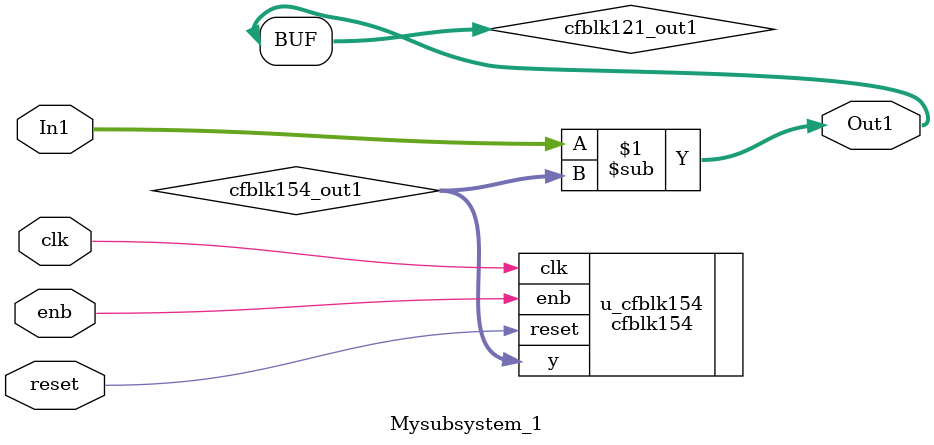
<source format=v>



`timescale 1 ns / 1 ns

module Mysubsystem_1
          (clk,
           reset,
           enb,
           In1,
           Out1);


  input   clk;
  input   reset;
  input   enb;
  input   [7:0] In1;  // uint8
  output  [7:0] Out1;  // uint8


  wire [7:0] cfblk154_out1;  // uint8
  wire [7:0] cfblk121_out1;  // uint8


  cfblk154 u_cfblk154 (.clk(clk),
                       .reset(reset),
                       .enb(enb),
                       .y(cfblk154_out1)  // uint8
                       );

  assign cfblk121_out1 = In1 - cfblk154_out1;



  assign Out1 = cfblk121_out1;

endmodule  // Mysubsystem_1


</source>
